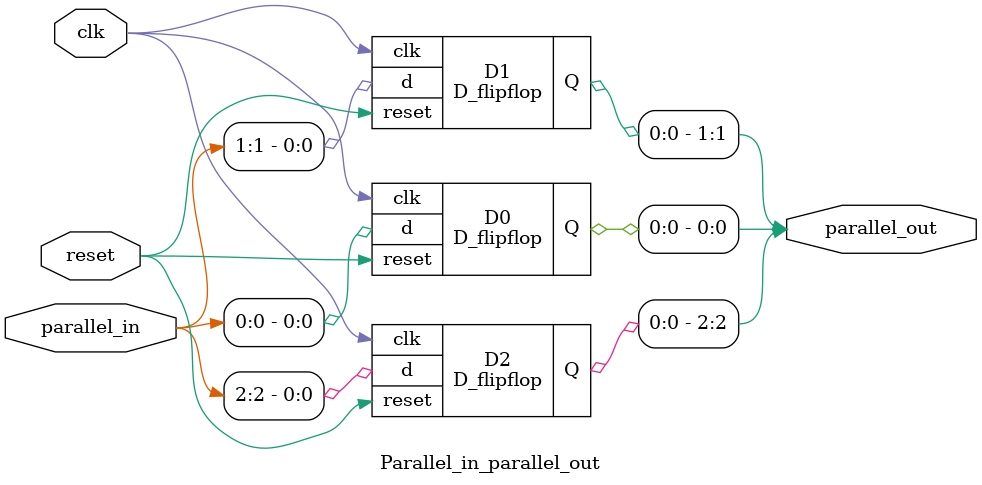
<source format=v>
`timescale 1ns / 1ps

module D_flipflop(
    input d, clk, reset,
    output reg Q
    );
    
    always@(posedge clk)
          begin
            if(reset)
            Q<= 1'b0;
            else 
            Q <= d;
            end

endmodule

module Parallel_in_parallel_out(
    input clk, reset, 
    input [2:0] parallel_in,
    output [2:0] parallel_out
    );

    D_flipflop D2(parallel_in[2], clk, reset, parallel_out[2]);
    D_flipflop D1(parallel_in[1], clk, reset, parallel_out[1]);
    D_flipflop D0(parallel_in[0], clk, reset, parallel_out[0]);
    
endmodule

</source>
